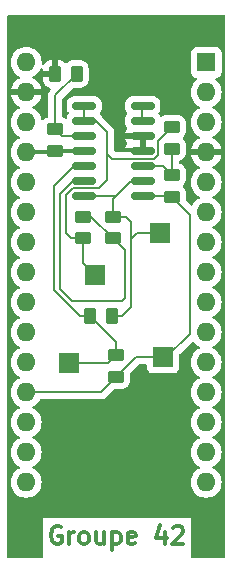
<source format=gbr>
%TF.GenerationSoftware,KiCad,Pcbnew,8.0.1*%
%TF.CreationDate,2024-04-11T09:01:24+02:00*%
%TF.ProjectId,ConditionneurV2,436f6e64-6974-4696-9f6e-6e6575725632,rev?*%
%TF.SameCoordinates,Original*%
%TF.FileFunction,Copper,L1,Top*%
%TF.FilePolarity,Positive*%
%FSLAX46Y46*%
G04 Gerber Fmt 4.6, Leading zero omitted, Abs format (unit mm)*
G04 Created by KiCad (PCBNEW 8.0.1) date 2024-04-11 09:01:24*
%MOMM*%
%LPD*%
G01*
G04 APERTURE LIST*
G04 Aperture macros list*
%AMRoundRect*
0 Rectangle with rounded corners*
0 $1 Rounding radius*
0 $2 $3 $4 $5 $6 $7 $8 $9 X,Y pos of 4 corners*
0 Add a 4 corners polygon primitive as box body*
4,1,4,$2,$3,$4,$5,$6,$7,$8,$9,$2,$3,0*
0 Add four circle primitives for the rounded corners*
1,1,$1+$1,$2,$3*
1,1,$1+$1,$4,$5*
1,1,$1+$1,$6,$7*
1,1,$1+$1,$8,$9*
0 Add four rect primitives between the rounded corners*
20,1,$1+$1,$2,$3,$4,$5,0*
20,1,$1+$1,$4,$5,$6,$7,0*
20,1,$1+$1,$6,$7,$8,$9,0*
20,1,$1+$1,$8,$9,$2,$3,0*%
G04 Aperture macros list end*
%ADD10C,0.300000*%
%TA.AperFunction,NonConductor*%
%ADD11C,0.300000*%
%TD*%
%TA.AperFunction,ComponentPad*%
%ADD12R,1.700000X1.700000*%
%TD*%
%TA.AperFunction,SMDPad,CuDef*%
%ADD13RoundRect,0.150000X-0.825000X-0.150000X0.825000X-0.150000X0.825000X0.150000X-0.825000X0.150000X0*%
%TD*%
%TA.AperFunction,SMDPad,CuDef*%
%ADD14RoundRect,0.250000X-0.450000X0.262500X-0.450000X-0.262500X0.450000X-0.262500X0.450000X0.262500X0*%
%TD*%
%TA.AperFunction,SMDPad,CuDef*%
%ADD15RoundRect,0.250000X0.450000X-0.262500X0.450000X0.262500X-0.450000X0.262500X-0.450000X-0.262500X0*%
%TD*%
%TA.AperFunction,SMDPad,CuDef*%
%ADD16RoundRect,0.250000X-0.262500X-0.450000X0.262500X-0.450000X0.262500X0.450000X-0.262500X0.450000X0*%
%TD*%
%TA.AperFunction,SMDPad,CuDef*%
%ADD17RoundRect,0.250000X0.262500X0.450000X-0.262500X0.450000X-0.262500X-0.450000X0.262500X-0.450000X0*%
%TD*%
%TA.AperFunction,ComponentPad*%
%ADD18R,1.600000X1.600000*%
%TD*%
%TA.AperFunction,ComponentPad*%
%ADD19O,1.600000X1.600000*%
%TD*%
%TA.AperFunction,Conductor*%
%ADD20C,0.200000*%
%TD*%
%TA.AperFunction,Conductor*%
%ADD21C,0.350000*%
%TD*%
G04 APERTURE END LIST*
D10*
D11*
X116590225Y-93372257D02*
X116447368Y-93300828D01*
X116447368Y-93300828D02*
X116233082Y-93300828D01*
X116233082Y-93300828D02*
X116018796Y-93372257D01*
X116018796Y-93372257D02*
X115875939Y-93515114D01*
X115875939Y-93515114D02*
X115804510Y-93657971D01*
X115804510Y-93657971D02*
X115733082Y-93943685D01*
X115733082Y-93943685D02*
X115733082Y-94157971D01*
X115733082Y-94157971D02*
X115804510Y-94443685D01*
X115804510Y-94443685D02*
X115875939Y-94586542D01*
X115875939Y-94586542D02*
X116018796Y-94729400D01*
X116018796Y-94729400D02*
X116233082Y-94800828D01*
X116233082Y-94800828D02*
X116375939Y-94800828D01*
X116375939Y-94800828D02*
X116590225Y-94729400D01*
X116590225Y-94729400D02*
X116661653Y-94657971D01*
X116661653Y-94657971D02*
X116661653Y-94157971D01*
X116661653Y-94157971D02*
X116375939Y-94157971D01*
X117304510Y-94800828D02*
X117304510Y-93800828D01*
X117304510Y-94086542D02*
X117375939Y-93943685D01*
X117375939Y-93943685D02*
X117447368Y-93872257D01*
X117447368Y-93872257D02*
X117590225Y-93800828D01*
X117590225Y-93800828D02*
X117733082Y-93800828D01*
X118447367Y-94800828D02*
X118304510Y-94729400D01*
X118304510Y-94729400D02*
X118233081Y-94657971D01*
X118233081Y-94657971D02*
X118161653Y-94515114D01*
X118161653Y-94515114D02*
X118161653Y-94086542D01*
X118161653Y-94086542D02*
X118233081Y-93943685D01*
X118233081Y-93943685D02*
X118304510Y-93872257D01*
X118304510Y-93872257D02*
X118447367Y-93800828D01*
X118447367Y-93800828D02*
X118661653Y-93800828D01*
X118661653Y-93800828D02*
X118804510Y-93872257D01*
X118804510Y-93872257D02*
X118875939Y-93943685D01*
X118875939Y-93943685D02*
X118947367Y-94086542D01*
X118947367Y-94086542D02*
X118947367Y-94515114D01*
X118947367Y-94515114D02*
X118875939Y-94657971D01*
X118875939Y-94657971D02*
X118804510Y-94729400D01*
X118804510Y-94729400D02*
X118661653Y-94800828D01*
X118661653Y-94800828D02*
X118447367Y-94800828D01*
X120233082Y-93800828D02*
X120233082Y-94800828D01*
X119590224Y-93800828D02*
X119590224Y-94586542D01*
X119590224Y-94586542D02*
X119661653Y-94729400D01*
X119661653Y-94729400D02*
X119804510Y-94800828D01*
X119804510Y-94800828D02*
X120018796Y-94800828D01*
X120018796Y-94800828D02*
X120161653Y-94729400D01*
X120161653Y-94729400D02*
X120233082Y-94657971D01*
X120947367Y-93800828D02*
X120947367Y-95300828D01*
X120947367Y-93872257D02*
X121090225Y-93800828D01*
X121090225Y-93800828D02*
X121375939Y-93800828D01*
X121375939Y-93800828D02*
X121518796Y-93872257D01*
X121518796Y-93872257D02*
X121590225Y-93943685D01*
X121590225Y-93943685D02*
X121661653Y-94086542D01*
X121661653Y-94086542D02*
X121661653Y-94515114D01*
X121661653Y-94515114D02*
X121590225Y-94657971D01*
X121590225Y-94657971D02*
X121518796Y-94729400D01*
X121518796Y-94729400D02*
X121375939Y-94800828D01*
X121375939Y-94800828D02*
X121090225Y-94800828D01*
X121090225Y-94800828D02*
X120947367Y-94729400D01*
X122875939Y-94729400D02*
X122733082Y-94800828D01*
X122733082Y-94800828D02*
X122447368Y-94800828D01*
X122447368Y-94800828D02*
X122304510Y-94729400D01*
X122304510Y-94729400D02*
X122233082Y-94586542D01*
X122233082Y-94586542D02*
X122233082Y-94015114D01*
X122233082Y-94015114D02*
X122304510Y-93872257D01*
X122304510Y-93872257D02*
X122447368Y-93800828D01*
X122447368Y-93800828D02*
X122733082Y-93800828D01*
X122733082Y-93800828D02*
X122875939Y-93872257D01*
X122875939Y-93872257D02*
X122947368Y-94015114D01*
X122947368Y-94015114D02*
X122947368Y-94157971D01*
X122947368Y-94157971D02*
X122233082Y-94300828D01*
X125375939Y-93800828D02*
X125375939Y-94800828D01*
X125018796Y-93229400D02*
X124661653Y-94300828D01*
X124661653Y-94300828D02*
X125590224Y-94300828D01*
X126090224Y-93443685D02*
X126161652Y-93372257D01*
X126161652Y-93372257D02*
X126304510Y-93300828D01*
X126304510Y-93300828D02*
X126661652Y-93300828D01*
X126661652Y-93300828D02*
X126804510Y-93372257D01*
X126804510Y-93372257D02*
X126875938Y-93443685D01*
X126875938Y-93443685D02*
X126947367Y-93586542D01*
X126947367Y-93586542D02*
X126947367Y-93729400D01*
X126947367Y-93729400D02*
X126875938Y-93943685D01*
X126875938Y-93943685D02*
X126018795Y-94800828D01*
X126018795Y-94800828D02*
X126947367Y-94800828D01*
D12*
%TO.P,OUT_A1,1,Pin_1*%
%TO.N,Net-(OUT_A1-Pin_1)*%
X119500000Y-72000000D03*
%TD*%
D13*
%TO.P,U1,1*%
%TO.N,Net-(OUT_A1-Pin_1)*%
X118574118Y-57702992D03*
%TO.P,U1,2,-*%
X118574118Y-58972992D03*
%TO.P,U1,3,+*%
%TO.N,Net-(U1A-+)*%
X118574118Y-60242992D03*
%TO.P,U1,4,V+*%
%TO.N,+5V*%
X118574118Y-61512992D03*
%TO.P,U1,5,+*%
%TO.N,Net-(SENSOR1-Pin_1)*%
X118574118Y-62782992D03*
%TO.P,U1,6,-*%
%TO.N,Net-(U1B--)*%
X118574118Y-64052992D03*
%TO.P,U1,7*%
%TO.N,Net-(OUT_B1-Pin_1)*%
X118574118Y-65322992D03*
%TO.P,U1,8*%
%TO.N,A0 - STM32*%
X123524118Y-65322992D03*
%TO.P,U1,9,-*%
%TO.N,Net-(OUT_B1-Pin_1)*%
X123524118Y-64052992D03*
%TO.P,U1,10,+*%
%TO.N,Net-(U1C-+)*%
X123524118Y-62782992D03*
%TO.P,U1,11,V-*%
%TO.N,GND*%
X123524118Y-61512992D03*
%TO.P,U1,12,+*%
X123524118Y-60242992D03*
%TO.P,U1,13,-*%
%TO.N,Net-(U1D--)*%
X123524118Y-58972992D03*
%TO.P,U1,14*%
X123524118Y-57702992D03*
%TD*%
D14*
%TO.P,R4,1*%
%TO.N,Net-(OUT_B1-Pin_1)*%
X121000000Y-67087500D03*
%TO.P,R4,2*%
%TO.N,Net-(U1B--)*%
X121000000Y-68912500D03*
%TD*%
D15*
%TO.P,R1,1*%
%TO.N,+5V*%
X116113155Y-61507909D03*
%TO.P,R1,2*%
%TO.N,Net-(U1A-+)*%
X116113155Y-59682909D03*
%TD*%
D12*
%TO.P,OUT_B1,1,Pin_1*%
%TO.N,Net-(OUT_B1-Pin_1)*%
X125000000Y-68500000D03*
%TD*%
D16*
%TO.P,R5,1*%
%TO.N,Net-(SENSOR1-Pin_1)*%
X119087500Y-75500000D03*
%TO.P,R5,2*%
%TO.N,Net-(OUT_B1-Pin_1)*%
X120912500Y-75500000D03*
%TD*%
D14*
%TO.P,R7,1*%
%TO.N,Net-(U1C-+)*%
X126000000Y-63587500D03*
%TO.P,R7,2*%
%TO.N,A0 - STM32*%
X126000000Y-65412500D03*
%TD*%
D12*
%TO.P,GPIO1,1,Pin_1*%
%TO.N,A0 - STM32*%
X125250000Y-79000000D03*
%TD*%
D14*
%TO.P,R3,1*%
%TO.N,Net-(U1B--)*%
X118500000Y-67087500D03*
%TO.P,R3,2*%
%TO.N,Net-(OUT_A1-Pin_1)*%
X118500000Y-68912500D03*
%TD*%
D12*
%TO.P,SENSOR1,1,Pin_1*%
%TO.N,Net-(SENSOR1-Pin_1)*%
X117250000Y-79500000D03*
%TD*%
D15*
%TO.P,R6,1*%
%TO.N,A0 - STM32*%
X121250000Y-80662500D03*
%TO.P,R6,2*%
%TO.N,Net-(SENSOR1-Pin_1)*%
X121250000Y-78837500D03*
%TD*%
D17*
%TO.P,R2,1*%
%TO.N,Net-(U1A-+)*%
X117912500Y-55000000D03*
%TO.P,R2,2*%
%TO.N,GND*%
X116087500Y-55000000D03*
%TD*%
D14*
%TO.P,R8,1*%
%TO.N,Net-(OUT_A1-Pin_1)*%
X126000000Y-59500000D03*
%TO.P,R8,2*%
%TO.N,Net-(U1C-+)*%
X126000000Y-61325000D03*
%TD*%
D18*
%TO.P,A1,1,D1/TX*%
%TO.N,unconnected-(A1-D1{slash}TX-Pad1)*%
X128890000Y-54015000D03*
D19*
%TO.P,A1,2,D0/RX*%
%TO.N,unconnected-(A1-D0{slash}RX-Pad2)*%
X128890000Y-56555000D03*
%TO.P,A1,3,~{RESET}*%
%TO.N,unconnected-(A1-~{RESET}-Pad3)*%
X128890000Y-59095000D03*
%TO.P,A1,4,GND*%
%TO.N,GND*%
X128890000Y-61635000D03*
%TO.P,A1,5,D2*%
%TO.N,unconnected-(A1-D2-Pad5)*%
X128890000Y-64175000D03*
%TO.P,A1,6,D3*%
%TO.N,unconnected-(A1-D3-Pad6)*%
X128890000Y-66715000D03*
%TO.P,A1,7,D4*%
%TO.N,unconnected-(A1-D4-Pad7)*%
X128890000Y-69255000D03*
%TO.P,A1,8,D5*%
%TO.N,unconnected-(A1-D5-Pad8)*%
X128890000Y-71795000D03*
%TO.P,A1,9,D6*%
%TO.N,unconnected-(A1-D6-Pad9)*%
X128890000Y-74335000D03*
%TO.P,A1,10,D7*%
%TO.N,unconnected-(A1-D7-Pad10)*%
X128890000Y-76875000D03*
%TO.P,A1,11,D8*%
%TO.N,unconnected-(A1-D8-Pad11)*%
X128890000Y-79415000D03*
%TO.P,A1,12,D9*%
%TO.N,unconnected-(A1-D9-Pad12)*%
X128890000Y-81955000D03*
%TO.P,A1,13,D10*%
%TO.N,unconnected-(A1-D10-Pad13)*%
X128890000Y-84495000D03*
%TO.P,A1,14,D11*%
%TO.N,unconnected-(A1-D11-Pad14)*%
X128890000Y-87035000D03*
%TO.P,A1,15,D12*%
%TO.N,unconnected-(A1-D12-Pad15)*%
X128890000Y-89575000D03*
%TO.P,A1,16,D13*%
%TO.N,unconnected-(A1-D13-Pad16)*%
X113650000Y-89575000D03*
%TO.P,A1,17,3V3*%
%TO.N,unconnected-(A1-3V3-Pad17)*%
X113650000Y-87035000D03*
%TO.P,A1,18,AREF*%
%TO.N,unconnected-(A1-AREF-Pad18)*%
X113650000Y-84495000D03*
%TO.P,A1,19,A0*%
%TO.N,A0 - STM32*%
X113650000Y-81955000D03*
%TO.P,A1,20,A1*%
%TO.N,unconnected-(A1-A1-Pad20)*%
X113650000Y-79415000D03*
%TO.P,A1,21,A2*%
%TO.N,unconnected-(A1-A2-Pad21)*%
X113650000Y-76875000D03*
%TO.P,A1,22,A3*%
%TO.N,unconnected-(A1-A3-Pad22)*%
X113650000Y-74335000D03*
%TO.P,A1,23,A4*%
%TO.N,unconnected-(A1-A4-Pad23)*%
X113650000Y-71795000D03*
%TO.P,A1,24,A5*%
%TO.N,unconnected-(A1-A5-Pad24)*%
X113650000Y-69255000D03*
%TO.P,A1,25,A6*%
%TO.N,unconnected-(A1-A6-Pad25)*%
X113650000Y-66715000D03*
%TO.P,A1,26,A7*%
%TO.N,unconnected-(A1-A7-Pad26)*%
X113650000Y-64175000D03*
%TO.P,A1,27,+5V*%
%TO.N,+5V*%
X113650000Y-61635000D03*
%TO.P,A1,28,~{RESET}*%
%TO.N,unconnected-(A1-~{RESET}-Pad28)*%
X113650000Y-59095000D03*
%TO.P,A1,29,GND*%
%TO.N,GND*%
X113650000Y-56555000D03*
%TO.P,A1,30,VIN*%
%TO.N,unconnected-(A1-VIN-Pad30)*%
X113650000Y-54015000D03*
%TD*%
D20*
%TO.N,Net-(SENSOR1-Pin_1)*%
X116000000Y-73315685D02*
X116000000Y-64500000D01*
X118184315Y-75500000D02*
X116000000Y-73315685D01*
X119087500Y-75500000D02*
X118184315Y-75500000D01*
%TO.N,Net-(U1B--)*%
X117500000Y-74250000D02*
X121750000Y-74250000D01*
X116500000Y-73250000D02*
X117500000Y-74250000D01*
X122000000Y-69912500D02*
X121000000Y-68912500D01*
X116500000Y-65152111D02*
X116500000Y-73250000D01*
X117599119Y-64052992D02*
X116500000Y-65152111D01*
X121750000Y-74250000D02*
X122000000Y-74000000D01*
X118574118Y-64052992D02*
X117599119Y-64052992D01*
X122000000Y-74000000D02*
X122000000Y-69912500D01*
%TO.N,Net-(OUT_B1-Pin_1)*%
X121750000Y-75500000D02*
X120912500Y-75500000D01*
X122500000Y-74750000D02*
X121750000Y-75500000D01*
X122500000Y-69000000D02*
X122500000Y-74750000D01*
%TO.N,A0 - STM32*%
X125500000Y-79000000D02*
X125250000Y-79000000D01*
X127500000Y-77000000D02*
X125500000Y-79000000D01*
X127500000Y-66912500D02*
X127500000Y-77000000D01*
X126000000Y-65412500D02*
X127500000Y-66912500D01*
X122912500Y-79000000D02*
X121250000Y-80662500D01*
X125250000Y-79000000D02*
X122912500Y-79000000D01*
%TO.N,Net-(SENSOR1-Pin_1)*%
X120587500Y-79500000D02*
X121250000Y-78837500D01*
X117250000Y-79500000D02*
X120587500Y-79500000D01*
X121250000Y-77662500D02*
X119087500Y-75500000D01*
X121250000Y-78837500D02*
X121250000Y-77662500D01*
%TO.N,A0 - STM32*%
X119957500Y-81955000D02*
X121250000Y-80662500D01*
X113650000Y-81955000D02*
X119957500Y-81955000D01*
%TO.N,Net-(OUT_A1-Pin_1)*%
X120932992Y-62182992D02*
X120500000Y-61750000D01*
X126000000Y-59500000D02*
X124799118Y-60700882D01*
X124799118Y-60700882D02*
X124799118Y-61853544D01*
X120500000Y-61750000D02*
X120500000Y-64000000D01*
X124469670Y-62182992D02*
X120932992Y-62182992D01*
X120500000Y-59923875D02*
X120500000Y-61750000D01*
X124799118Y-61853544D02*
X124469670Y-62182992D01*
X118500000Y-71000000D02*
X119500000Y-72000000D01*
X118500000Y-68912500D02*
X118500000Y-71000000D01*
%TO.N,Net-(U1B--)*%
X121500000Y-69412500D02*
X121000000Y-68912500D01*
%TO.N,Net-(SENSOR1-Pin_1)*%
X117717008Y-62782992D02*
X116000000Y-64500000D01*
X118574118Y-62782992D02*
X117717008Y-62782992D01*
%TO.N,Net-(OUT_A1-Pin_1)*%
X120500000Y-64000000D02*
X119847008Y-64652992D01*
X119549117Y-58972992D02*
X120500000Y-59923875D01*
X118574118Y-58972992D02*
X119549117Y-58972992D01*
%TO.N,Net-(U1C-+)*%
X126000000Y-61325000D02*
X126000000Y-63587500D01*
X125195492Y-62782992D02*
X123524118Y-62782992D01*
X126000000Y-63587500D02*
X125195492Y-62782992D01*
%TO.N,A0 - STM32*%
X125910492Y-65322992D02*
X126000000Y-65412500D01*
X123524118Y-65322992D02*
X125910492Y-65322992D01*
%TO.N,Net-(OUT_B1-Pin_1)*%
X123000000Y-68500000D02*
X125000000Y-68500000D01*
X122500000Y-69000000D02*
X123000000Y-68500000D01*
X122500000Y-67500000D02*
X122500000Y-69000000D01*
%TO.N,Net-(U1A-+)*%
X116113155Y-56799345D02*
X117912500Y-55000000D01*
X116113155Y-59682909D02*
X116113155Y-56799345D01*
%TO.N,Net-(OUT_B1-Pin_1)*%
X122087500Y-67087500D02*
X122500000Y-67500000D01*
X121000000Y-67087500D02*
X122087500Y-67087500D01*
%TO.N,Net-(OUT_A1-Pin_1)*%
X117412500Y-68912500D02*
X117000000Y-68500000D01*
X117000000Y-68500000D02*
X117000000Y-65281558D01*
X118500000Y-68912500D02*
X117412500Y-68912500D01*
X117000000Y-65281558D02*
X117628566Y-64652992D01*
X117628566Y-64652992D02*
X119847008Y-64652992D01*
%TO.N,Net-(OUT_B1-Pin_1)*%
X121000000Y-65602111D02*
X121279119Y-65322992D01*
X121000000Y-67087500D02*
X121000000Y-65602111D01*
%TO.N,Net-(U1B--)*%
X119175000Y-67087500D02*
X121000000Y-68912500D01*
X118500000Y-67087500D02*
X119175000Y-67087500D01*
%TO.N,Net-(OUT_B1-Pin_1)*%
X122549119Y-64052992D02*
X121279119Y-65322992D01*
X121279119Y-65322992D02*
X118574118Y-65322992D01*
X123524118Y-64052992D02*
X122549119Y-64052992D01*
%TO.N,Net-(U1A-+)*%
X118574118Y-60242992D02*
X119257008Y-60242992D01*
X116673238Y-60242992D02*
X116113155Y-59682909D01*
X118574118Y-60242992D02*
X116673238Y-60242992D01*
D21*
%TO.N,+5V*%
X118569035Y-61507909D02*
X118574118Y-61512992D01*
X116113155Y-61507909D02*
X118569035Y-61507909D01*
X113650000Y-61635000D02*
X115986064Y-61635000D01*
X115986064Y-61635000D02*
X116113155Y-61507909D01*
D20*
%TO.N,Net-(OUT_A1-Pin_1)*%
X118525000Y-57690000D02*
X118525000Y-58960000D01*
D21*
%TO.N,+5V*%
X113785000Y-61500000D02*
X113650000Y-61635000D01*
D20*
%TO.N,Net-(U1D--)*%
X123475000Y-57690000D02*
X123475000Y-58960000D01*
%TO.N,A0 - STM32*%
X123500000Y-65335000D02*
X123475000Y-65310000D01*
%TD*%
%TA.AperFunction,Conductor*%
%TO.N,GND*%
G36*
X130442539Y-50020185D02*
G01*
X130488294Y-50072989D01*
X130499500Y-50124500D01*
X130499500Y-95875500D01*
X130479815Y-95942539D01*
X130427011Y-95988294D01*
X130375500Y-95999500D01*
X127728592Y-95999500D01*
X127661553Y-95979815D01*
X127615798Y-95927011D01*
X127604592Y-95875500D01*
X127604592Y-92572176D01*
X115074878Y-92572176D01*
X115074878Y-95875500D01*
X115055193Y-95942539D01*
X115002389Y-95988294D01*
X114950878Y-95999500D01*
X112124500Y-95999500D01*
X112057461Y-95979815D01*
X112011706Y-95927011D01*
X112000500Y-95875500D01*
X112000500Y-89575001D01*
X112344532Y-89575001D01*
X112364364Y-89801686D01*
X112364366Y-89801697D01*
X112423258Y-90021488D01*
X112423261Y-90021497D01*
X112519431Y-90227732D01*
X112519432Y-90227734D01*
X112649954Y-90414141D01*
X112810858Y-90575045D01*
X112810861Y-90575047D01*
X112997266Y-90705568D01*
X113203504Y-90801739D01*
X113423308Y-90860635D01*
X113585230Y-90874801D01*
X113649998Y-90880468D01*
X113650000Y-90880468D01*
X113650002Y-90880468D01*
X113706673Y-90875509D01*
X113876692Y-90860635D01*
X114096496Y-90801739D01*
X114302734Y-90705568D01*
X114489139Y-90575047D01*
X114650047Y-90414139D01*
X114780568Y-90227734D01*
X114876739Y-90021496D01*
X114935635Y-89801692D01*
X114955468Y-89575000D01*
X114935635Y-89348308D01*
X114876739Y-89128504D01*
X114780568Y-88922266D01*
X114650047Y-88735861D01*
X114650045Y-88735858D01*
X114489141Y-88574954D01*
X114302734Y-88444432D01*
X114302728Y-88444429D01*
X114244725Y-88417382D01*
X114192285Y-88371210D01*
X114173133Y-88304017D01*
X114193348Y-88237135D01*
X114244725Y-88192618D01*
X114302734Y-88165568D01*
X114489139Y-88035047D01*
X114650047Y-87874139D01*
X114780568Y-87687734D01*
X114876739Y-87481496D01*
X114935635Y-87261692D01*
X114955468Y-87035000D01*
X114935635Y-86808308D01*
X114876739Y-86588504D01*
X114780568Y-86382266D01*
X114650047Y-86195861D01*
X114650045Y-86195858D01*
X114489141Y-86034954D01*
X114302734Y-85904432D01*
X114302728Y-85904429D01*
X114244725Y-85877382D01*
X114192285Y-85831210D01*
X114173133Y-85764017D01*
X114193348Y-85697135D01*
X114244725Y-85652618D01*
X114302734Y-85625568D01*
X114489139Y-85495047D01*
X114650047Y-85334139D01*
X114780568Y-85147734D01*
X114876739Y-84941496D01*
X114935635Y-84721692D01*
X114955468Y-84495000D01*
X114935635Y-84268308D01*
X114876739Y-84048504D01*
X114780568Y-83842266D01*
X114650047Y-83655861D01*
X114650045Y-83655858D01*
X114489141Y-83494954D01*
X114302734Y-83364432D01*
X114302728Y-83364429D01*
X114244725Y-83337382D01*
X114192285Y-83291210D01*
X114173133Y-83224017D01*
X114193348Y-83157135D01*
X114244725Y-83112618D01*
X114302734Y-83085568D01*
X114489139Y-82955047D01*
X114650047Y-82794139D01*
X114780118Y-82608375D01*
X114834693Y-82564752D01*
X114881692Y-82555500D01*
X119870831Y-82555500D01*
X119870847Y-82555501D01*
X119878443Y-82555501D01*
X120036554Y-82555501D01*
X120036557Y-82555501D01*
X120189285Y-82514577D01*
X120239404Y-82485639D01*
X120326216Y-82435520D01*
X120438020Y-82323716D01*
X120438020Y-82323714D01*
X120448228Y-82313507D01*
X120448230Y-82313504D01*
X121049916Y-81711818D01*
X121111239Y-81678333D01*
X121137597Y-81675499D01*
X121750002Y-81675499D01*
X121750008Y-81675499D01*
X121852797Y-81664999D01*
X122019334Y-81609814D01*
X122168656Y-81517712D01*
X122292712Y-81393656D01*
X122384814Y-81244334D01*
X122439999Y-81077797D01*
X122450500Y-80975009D01*
X122450499Y-80362596D01*
X122470183Y-80295558D01*
X122486818Y-80274916D01*
X122804252Y-79957483D01*
X123124916Y-79636819D01*
X123186239Y-79603334D01*
X123212597Y-79600500D01*
X123775501Y-79600500D01*
X123842540Y-79620185D01*
X123888295Y-79672989D01*
X123899501Y-79724500D01*
X123899501Y-79897876D01*
X123905908Y-79957483D01*
X123956202Y-80092328D01*
X123956206Y-80092335D01*
X124042452Y-80207544D01*
X124042455Y-80207547D01*
X124157664Y-80293793D01*
X124157671Y-80293797D01*
X124292517Y-80344091D01*
X124292516Y-80344091D01*
X124299444Y-80344835D01*
X124352127Y-80350500D01*
X126147872Y-80350499D01*
X126207483Y-80344091D01*
X126342331Y-80293796D01*
X126457546Y-80207546D01*
X126543796Y-80092331D01*
X126594091Y-79957483D01*
X126600500Y-79897873D01*
X126600499Y-78800095D01*
X126620184Y-78733057D01*
X126636813Y-78712420D01*
X127680500Y-77668733D01*
X127741821Y-77635250D01*
X127811513Y-77640234D01*
X127867446Y-77682106D01*
X127869753Y-77685292D01*
X127889952Y-77714139D01*
X128050858Y-77875045D01*
X128050861Y-77875047D01*
X128237266Y-78005568D01*
X128295275Y-78032618D01*
X128347714Y-78078791D01*
X128366866Y-78145984D01*
X128346650Y-78212865D01*
X128295275Y-78257382D01*
X128237267Y-78284431D01*
X128237265Y-78284432D01*
X128050858Y-78414954D01*
X127889954Y-78575858D01*
X127759432Y-78762265D01*
X127759431Y-78762267D01*
X127663261Y-78968502D01*
X127663258Y-78968511D01*
X127604366Y-79188302D01*
X127604364Y-79188313D01*
X127584532Y-79414998D01*
X127584532Y-79415001D01*
X127604364Y-79641686D01*
X127604366Y-79641697D01*
X127663258Y-79861488D01*
X127663261Y-79861497D01*
X127759431Y-80067732D01*
X127759432Y-80067734D01*
X127889954Y-80254141D01*
X128050858Y-80415045D01*
X128050861Y-80415047D01*
X128237266Y-80545568D01*
X128295275Y-80572618D01*
X128347714Y-80618791D01*
X128366866Y-80685984D01*
X128346650Y-80752865D01*
X128295275Y-80797382D01*
X128237267Y-80824431D01*
X128237265Y-80824432D01*
X128050858Y-80954954D01*
X127889954Y-81115858D01*
X127759432Y-81302265D01*
X127759431Y-81302267D01*
X127663261Y-81508502D01*
X127663258Y-81508511D01*
X127604366Y-81728302D01*
X127604364Y-81728313D01*
X127584532Y-81954998D01*
X127584532Y-81955001D01*
X127604364Y-82181686D01*
X127604366Y-82181697D01*
X127663258Y-82401488D01*
X127663261Y-82401497D01*
X127759431Y-82607732D01*
X127759432Y-82607734D01*
X127889954Y-82794141D01*
X128050858Y-82955045D01*
X128050861Y-82955047D01*
X128237266Y-83085568D01*
X128295275Y-83112618D01*
X128347714Y-83158791D01*
X128366866Y-83225984D01*
X128346650Y-83292865D01*
X128295275Y-83337382D01*
X128237267Y-83364431D01*
X128237265Y-83364432D01*
X128050858Y-83494954D01*
X127889954Y-83655858D01*
X127759432Y-83842265D01*
X127759431Y-83842267D01*
X127663261Y-84048502D01*
X127663258Y-84048511D01*
X127604366Y-84268302D01*
X127604364Y-84268313D01*
X127584532Y-84494998D01*
X127584532Y-84495001D01*
X127604364Y-84721686D01*
X127604366Y-84721697D01*
X127663258Y-84941488D01*
X127663261Y-84941497D01*
X127759431Y-85147732D01*
X127759432Y-85147734D01*
X127889954Y-85334141D01*
X128050858Y-85495045D01*
X128050861Y-85495047D01*
X128237266Y-85625568D01*
X128295275Y-85652618D01*
X128347714Y-85698791D01*
X128366866Y-85765984D01*
X128346650Y-85832865D01*
X128295275Y-85877382D01*
X128237267Y-85904431D01*
X128237265Y-85904432D01*
X128050858Y-86034954D01*
X127889954Y-86195858D01*
X127759432Y-86382265D01*
X127759431Y-86382267D01*
X127663261Y-86588502D01*
X127663258Y-86588511D01*
X127604366Y-86808302D01*
X127604364Y-86808313D01*
X127584532Y-87034998D01*
X127584532Y-87035001D01*
X127604364Y-87261686D01*
X127604366Y-87261697D01*
X127663258Y-87481488D01*
X127663261Y-87481497D01*
X127759431Y-87687732D01*
X127759432Y-87687734D01*
X127889954Y-87874141D01*
X128050858Y-88035045D01*
X128050861Y-88035047D01*
X128237266Y-88165568D01*
X128295275Y-88192618D01*
X128347714Y-88238791D01*
X128366866Y-88305984D01*
X128346650Y-88372865D01*
X128295275Y-88417382D01*
X128237267Y-88444431D01*
X128237265Y-88444432D01*
X128050858Y-88574954D01*
X127889954Y-88735858D01*
X127759432Y-88922265D01*
X127759431Y-88922267D01*
X127663261Y-89128502D01*
X127663258Y-89128511D01*
X127604366Y-89348302D01*
X127604364Y-89348313D01*
X127584532Y-89574998D01*
X127584532Y-89575001D01*
X127604364Y-89801686D01*
X127604366Y-89801697D01*
X127663258Y-90021488D01*
X127663261Y-90021497D01*
X127759431Y-90227732D01*
X127759432Y-90227734D01*
X127889954Y-90414141D01*
X128050858Y-90575045D01*
X128050861Y-90575047D01*
X128237266Y-90705568D01*
X128443504Y-90801739D01*
X128663308Y-90860635D01*
X128825230Y-90874801D01*
X128889998Y-90880468D01*
X128890000Y-90880468D01*
X128890002Y-90880468D01*
X128946673Y-90875509D01*
X129116692Y-90860635D01*
X129336496Y-90801739D01*
X129542734Y-90705568D01*
X129729139Y-90575047D01*
X129890047Y-90414139D01*
X130020568Y-90227734D01*
X130116739Y-90021496D01*
X130175635Y-89801692D01*
X130195468Y-89575000D01*
X130175635Y-89348308D01*
X130116739Y-89128504D01*
X130020568Y-88922266D01*
X129890047Y-88735861D01*
X129890045Y-88735858D01*
X129729141Y-88574954D01*
X129542734Y-88444432D01*
X129542728Y-88444429D01*
X129484725Y-88417382D01*
X129432285Y-88371210D01*
X129413133Y-88304017D01*
X129433348Y-88237135D01*
X129484725Y-88192618D01*
X129542734Y-88165568D01*
X129729139Y-88035047D01*
X129890047Y-87874139D01*
X130020568Y-87687734D01*
X130116739Y-87481496D01*
X130175635Y-87261692D01*
X130195468Y-87035000D01*
X130175635Y-86808308D01*
X130116739Y-86588504D01*
X130020568Y-86382266D01*
X129890047Y-86195861D01*
X129890045Y-86195858D01*
X129729141Y-86034954D01*
X129542734Y-85904432D01*
X129542728Y-85904429D01*
X129484725Y-85877382D01*
X129432285Y-85831210D01*
X129413133Y-85764017D01*
X129433348Y-85697135D01*
X129484725Y-85652618D01*
X129542734Y-85625568D01*
X129729139Y-85495047D01*
X129890047Y-85334139D01*
X130020568Y-85147734D01*
X130116739Y-84941496D01*
X130175635Y-84721692D01*
X130195468Y-84495000D01*
X130175635Y-84268308D01*
X130116739Y-84048504D01*
X130020568Y-83842266D01*
X129890047Y-83655861D01*
X129890045Y-83655858D01*
X129729141Y-83494954D01*
X129542734Y-83364432D01*
X129542728Y-83364429D01*
X129484725Y-83337382D01*
X129432285Y-83291210D01*
X129413133Y-83224017D01*
X129433348Y-83157135D01*
X129484725Y-83112618D01*
X129542734Y-83085568D01*
X129729139Y-82955047D01*
X129890047Y-82794139D01*
X130020568Y-82607734D01*
X130116739Y-82401496D01*
X130175635Y-82181692D01*
X130195468Y-81955000D01*
X130175635Y-81728308D01*
X130116739Y-81508504D01*
X130020568Y-81302266D01*
X129890047Y-81115861D01*
X129890045Y-81115858D01*
X129729141Y-80954954D01*
X129542734Y-80824432D01*
X129542728Y-80824429D01*
X129484725Y-80797382D01*
X129432285Y-80751210D01*
X129413133Y-80684017D01*
X129433348Y-80617135D01*
X129484725Y-80572618D01*
X129542734Y-80545568D01*
X129729139Y-80415047D01*
X129890047Y-80254139D01*
X130020568Y-80067734D01*
X130116739Y-79861496D01*
X130175635Y-79641692D01*
X130195468Y-79415000D01*
X130175635Y-79188308D01*
X130116739Y-78968504D01*
X130020568Y-78762266D01*
X129908439Y-78602128D01*
X129890045Y-78575858D01*
X129729141Y-78414954D01*
X129542734Y-78284432D01*
X129542728Y-78284429D01*
X129484725Y-78257382D01*
X129432285Y-78211210D01*
X129413133Y-78144017D01*
X129433348Y-78077135D01*
X129484725Y-78032618D01*
X129542734Y-78005568D01*
X129729139Y-77875047D01*
X129890047Y-77714139D01*
X130020568Y-77527734D01*
X130116739Y-77321496D01*
X130175635Y-77101692D01*
X130195468Y-76875000D01*
X130175635Y-76648308D01*
X130116739Y-76428504D01*
X130020568Y-76222266D01*
X129890047Y-76035861D01*
X129890045Y-76035858D01*
X129729141Y-75874954D01*
X129542734Y-75744432D01*
X129542728Y-75744429D01*
X129484725Y-75717382D01*
X129432285Y-75671210D01*
X129413133Y-75604017D01*
X129433348Y-75537135D01*
X129484725Y-75492618D01*
X129542734Y-75465568D01*
X129729139Y-75335047D01*
X129890047Y-75174139D01*
X130020568Y-74987734D01*
X130116739Y-74781496D01*
X130175635Y-74561692D01*
X130195468Y-74335000D01*
X130175635Y-74108308D01*
X130116739Y-73888504D01*
X130020568Y-73682266D01*
X129890047Y-73495861D01*
X129890045Y-73495858D01*
X129729141Y-73334954D01*
X129542734Y-73204432D01*
X129542728Y-73204429D01*
X129484725Y-73177382D01*
X129432285Y-73131210D01*
X129413133Y-73064017D01*
X129433348Y-72997135D01*
X129484725Y-72952618D01*
X129542734Y-72925568D01*
X129729139Y-72795047D01*
X129890047Y-72634139D01*
X130020568Y-72447734D01*
X130116739Y-72241496D01*
X130175635Y-72021692D01*
X130195468Y-71795000D01*
X130175635Y-71568308D01*
X130116739Y-71348504D01*
X130020568Y-71142266D01*
X129890047Y-70955861D01*
X129890045Y-70955858D01*
X129729141Y-70794954D01*
X129542734Y-70664432D01*
X129542728Y-70664429D01*
X129484725Y-70637382D01*
X129432285Y-70591210D01*
X129413133Y-70524017D01*
X129433348Y-70457135D01*
X129484725Y-70412618D01*
X129542734Y-70385568D01*
X129729139Y-70255047D01*
X129890047Y-70094139D01*
X130020568Y-69907734D01*
X130116739Y-69701496D01*
X130175635Y-69481692D01*
X130195468Y-69255000D01*
X130193548Y-69233059D01*
X130175635Y-69028313D01*
X130175635Y-69028308D01*
X130116739Y-68808504D01*
X130020568Y-68602266D01*
X129890047Y-68415861D01*
X129890045Y-68415858D01*
X129729141Y-68254954D01*
X129542734Y-68124432D01*
X129542728Y-68124429D01*
X129484725Y-68097382D01*
X129432285Y-68051210D01*
X129413133Y-67984017D01*
X129433348Y-67917135D01*
X129484725Y-67872618D01*
X129542734Y-67845568D01*
X129729139Y-67715047D01*
X129890047Y-67554139D01*
X130020568Y-67367734D01*
X130116739Y-67161496D01*
X130175635Y-66941692D01*
X130195468Y-66715000D01*
X130175635Y-66488308D01*
X130116739Y-66268504D01*
X130020568Y-66062266D01*
X129890047Y-65875861D01*
X129890045Y-65875858D01*
X129729141Y-65714954D01*
X129542734Y-65584432D01*
X129542728Y-65584429D01*
X129515038Y-65571517D01*
X129484724Y-65557381D01*
X129432285Y-65511210D01*
X129413133Y-65444017D01*
X129433348Y-65377135D01*
X129484725Y-65332618D01*
X129542734Y-65305568D01*
X129729139Y-65175047D01*
X129890047Y-65014139D01*
X130020568Y-64827734D01*
X130116739Y-64621496D01*
X130175635Y-64401692D01*
X130195468Y-64175000D01*
X130194972Y-64169336D01*
X130181862Y-64019480D01*
X130175635Y-63948308D01*
X130116739Y-63728504D01*
X130020568Y-63522266D01*
X129894989Y-63342919D01*
X129890045Y-63335858D01*
X129729141Y-63174954D01*
X129542734Y-63044432D01*
X129542732Y-63044431D01*
X129484725Y-63017382D01*
X129484132Y-63017105D01*
X129431694Y-62970934D01*
X129412542Y-62903740D01*
X129432758Y-62836859D01*
X129484134Y-62792341D01*
X129542484Y-62765132D01*
X129728820Y-62634657D01*
X129889657Y-62473820D01*
X130020134Y-62287482D01*
X130116265Y-62081326D01*
X130116269Y-62081317D01*
X130168872Y-61885000D01*
X129323012Y-61885000D01*
X129355925Y-61827993D01*
X129390000Y-61700826D01*
X129390000Y-61569174D01*
X129355925Y-61442007D01*
X129323012Y-61385000D01*
X130168872Y-61385000D01*
X130168872Y-61384999D01*
X130116269Y-61188682D01*
X130116265Y-61188673D01*
X130020134Y-60982517D01*
X129889657Y-60796179D01*
X129728820Y-60635342D01*
X129542482Y-60504865D01*
X129484133Y-60477657D01*
X129431694Y-60431484D01*
X129412542Y-60364291D01*
X129432758Y-60297410D01*
X129484129Y-60252895D01*
X129542734Y-60225568D01*
X129729139Y-60095047D01*
X129890047Y-59934139D01*
X130020568Y-59747734D01*
X130116739Y-59541496D01*
X130175635Y-59321692D01*
X130195468Y-59095000D01*
X130175635Y-58868308D01*
X130116739Y-58648504D01*
X130020568Y-58442266D01*
X129894553Y-58262296D01*
X129890045Y-58255858D01*
X129729141Y-58094954D01*
X129542734Y-57964432D01*
X129542728Y-57964429D01*
X129484725Y-57937382D01*
X129432285Y-57891210D01*
X129413133Y-57824017D01*
X129433348Y-57757135D01*
X129484725Y-57712618D01*
X129485319Y-57712341D01*
X129542734Y-57685568D01*
X129729139Y-57555047D01*
X129890047Y-57394139D01*
X130020568Y-57207734D01*
X130116739Y-57001496D01*
X130175635Y-56781692D01*
X130195468Y-56555000D01*
X130175635Y-56328308D01*
X130116739Y-56108504D01*
X130020568Y-55902266D01*
X129890047Y-55715861D01*
X129890045Y-55715858D01*
X129729143Y-55554956D01*
X129704536Y-55537726D01*
X129660912Y-55483149D01*
X129653719Y-55413650D01*
X129685241Y-55351296D01*
X129745471Y-55315882D01*
X129762404Y-55312861D01*
X129797483Y-55309091D01*
X129932331Y-55258796D01*
X130047546Y-55172546D01*
X130133796Y-55057331D01*
X130184091Y-54922483D01*
X130190500Y-54862873D01*
X130190499Y-53167128D01*
X130184091Y-53107517D01*
X130149567Y-53014954D01*
X130133797Y-52972671D01*
X130133793Y-52972664D01*
X130047547Y-52857455D01*
X130047544Y-52857452D01*
X129932335Y-52771206D01*
X129932328Y-52771202D01*
X129797482Y-52720908D01*
X129797483Y-52720908D01*
X129737883Y-52714501D01*
X129737881Y-52714500D01*
X129737873Y-52714500D01*
X129737864Y-52714500D01*
X128042129Y-52714500D01*
X128042123Y-52714501D01*
X127982516Y-52720908D01*
X127847671Y-52771202D01*
X127847664Y-52771206D01*
X127732455Y-52857452D01*
X127732452Y-52857455D01*
X127646206Y-52972664D01*
X127646202Y-52972671D01*
X127595908Y-53107517D01*
X127589501Y-53167116D01*
X127589501Y-53167123D01*
X127589500Y-53167135D01*
X127589500Y-54862870D01*
X127589501Y-54862876D01*
X127595908Y-54922483D01*
X127646202Y-55057328D01*
X127646206Y-55057335D01*
X127732452Y-55172544D01*
X127732455Y-55172547D01*
X127847664Y-55258793D01*
X127847671Y-55258797D01*
X127892618Y-55275561D01*
X127982517Y-55309091D01*
X128017596Y-55312862D01*
X128082144Y-55339599D01*
X128121993Y-55396991D01*
X128124488Y-55466816D01*
X128088836Y-55526905D01*
X128075464Y-55537725D01*
X128050858Y-55554954D01*
X127889954Y-55715858D01*
X127759432Y-55902265D01*
X127759431Y-55902267D01*
X127663261Y-56108502D01*
X127663258Y-56108511D01*
X127604366Y-56328302D01*
X127604364Y-56328313D01*
X127584532Y-56554998D01*
X127584532Y-56555001D01*
X127604364Y-56781686D01*
X127604366Y-56781697D01*
X127663258Y-57001488D01*
X127663261Y-57001497D01*
X127759431Y-57207732D01*
X127759432Y-57207734D01*
X127889954Y-57394141D01*
X128050858Y-57555045D01*
X128050861Y-57555047D01*
X128237266Y-57685568D01*
X128294681Y-57712341D01*
X128295275Y-57712618D01*
X128347714Y-57758791D01*
X128366866Y-57825984D01*
X128346650Y-57892865D01*
X128295275Y-57937382D01*
X128237267Y-57964431D01*
X128237265Y-57964432D01*
X128050858Y-58094954D01*
X127889954Y-58255858D01*
X127759432Y-58442265D01*
X127759431Y-58442267D01*
X127663261Y-58648502D01*
X127663258Y-58648511D01*
X127604366Y-58868302D01*
X127604364Y-58868313D01*
X127584532Y-59094998D01*
X127584532Y-59095001D01*
X127604364Y-59321686D01*
X127604366Y-59321697D01*
X127663258Y-59541488D01*
X127663261Y-59541497D01*
X127759431Y-59747732D01*
X127759432Y-59747734D01*
X127889954Y-59934141D01*
X128050858Y-60095045D01*
X128055375Y-60098208D01*
X128237266Y-60225568D01*
X128295865Y-60252893D01*
X128348305Y-60299065D01*
X128367457Y-60366258D01*
X128347242Y-60433139D01*
X128295867Y-60477657D01*
X128237515Y-60504867D01*
X128051179Y-60635342D01*
X127890342Y-60796179D01*
X127759865Y-60982517D01*
X127663734Y-61188673D01*
X127663730Y-61188682D01*
X127611127Y-61384999D01*
X127611128Y-61385000D01*
X128456988Y-61385000D01*
X128424075Y-61442007D01*
X128390000Y-61569174D01*
X128390000Y-61700826D01*
X128424075Y-61827993D01*
X128456988Y-61885000D01*
X127611128Y-61885000D01*
X127663730Y-62081317D01*
X127663734Y-62081326D01*
X127759865Y-62287482D01*
X127890342Y-62473820D01*
X128051179Y-62634657D01*
X128237518Y-62765134D01*
X128237520Y-62765135D01*
X128295865Y-62792342D01*
X128348305Y-62838514D01*
X128367457Y-62905707D01*
X128347242Y-62972589D01*
X128295867Y-63017105D01*
X128237268Y-63044431D01*
X128237264Y-63044433D01*
X128050858Y-63174954D01*
X127889954Y-63335858D01*
X127759432Y-63522265D01*
X127759431Y-63522267D01*
X127663261Y-63728502D01*
X127663258Y-63728511D01*
X127604366Y-63948302D01*
X127604364Y-63948313D01*
X127584532Y-64174998D01*
X127584532Y-64175001D01*
X127604364Y-64401686D01*
X127604366Y-64401697D01*
X127663258Y-64621488D01*
X127663261Y-64621497D01*
X127759431Y-64827732D01*
X127759432Y-64827734D01*
X127889954Y-65014141D01*
X128050858Y-65175045D01*
X128050861Y-65175047D01*
X128237266Y-65305568D01*
X128295275Y-65332618D01*
X128347714Y-65378791D01*
X128366866Y-65445984D01*
X128346650Y-65512865D01*
X128295275Y-65557381D01*
X128278272Y-65565310D01*
X128237267Y-65584431D01*
X128237265Y-65584432D01*
X128050858Y-65714954D01*
X127889954Y-65875858D01*
X127759430Y-66062268D01*
X127759427Y-66062273D01*
X127751451Y-66079379D01*
X127705278Y-66131818D01*
X127638085Y-66150969D01*
X127571204Y-66130752D01*
X127551389Y-66114654D01*
X127236818Y-65800083D01*
X127203333Y-65738760D01*
X127200499Y-65712411D01*
X127200499Y-65099992D01*
X127189999Y-64997203D01*
X127134814Y-64830666D01*
X127042712Y-64681344D01*
X126949049Y-64587681D01*
X126915564Y-64526358D01*
X126920548Y-64456666D01*
X126949049Y-64412319D01*
X126992659Y-64368709D01*
X127042712Y-64318656D01*
X127134814Y-64169334D01*
X127189999Y-64002797D01*
X127200500Y-63900009D01*
X127200499Y-63274992D01*
X127189999Y-63172203D01*
X127134814Y-63005666D01*
X127042712Y-62856344D01*
X126918656Y-62732288D01*
X126769334Y-62640186D01*
X126685495Y-62612404D01*
X126628051Y-62572632D01*
X126601228Y-62508116D01*
X126600500Y-62494699D01*
X126600500Y-62417800D01*
X126620185Y-62350761D01*
X126672989Y-62305006D01*
X126685482Y-62300099D01*
X126769334Y-62272314D01*
X126918656Y-62180212D01*
X127042712Y-62056156D01*
X127134814Y-61906834D01*
X127189999Y-61740297D01*
X127200500Y-61637509D01*
X127200499Y-61012492D01*
X127197411Y-60982267D01*
X127189999Y-60909703D01*
X127189998Y-60909700D01*
X127170757Y-60851634D01*
X127134814Y-60743166D01*
X127042712Y-60593844D01*
X126949049Y-60500181D01*
X126915564Y-60438858D01*
X126920548Y-60369166D01*
X126949049Y-60324819D01*
X126976733Y-60297135D01*
X127042712Y-60231156D01*
X127134814Y-60081834D01*
X127189999Y-59915297D01*
X127200500Y-59812509D01*
X127200499Y-59187492D01*
X127189999Y-59084703D01*
X127134814Y-58918166D01*
X127042712Y-58768844D01*
X126918656Y-58644788D01*
X126814892Y-58580786D01*
X126769336Y-58552687D01*
X126769331Y-58552685D01*
X126767862Y-58552198D01*
X126602797Y-58497501D01*
X126602795Y-58497500D01*
X126500010Y-58487000D01*
X125499998Y-58487000D01*
X125499980Y-58487001D01*
X125397203Y-58497500D01*
X125397200Y-58497501D01*
X125230668Y-58552685D01*
X125230663Y-58552687D01*
X125185108Y-58580786D01*
X125128405Y-58615760D01*
X125061014Y-58634200D01*
X124994351Y-58613277D01*
X124956722Y-58568191D01*
X124954833Y-58569309D01*
X124950856Y-58562585D01*
X124867199Y-58421127D01*
X124867196Y-58421124D01*
X124862416Y-58414961D01*
X124864868Y-58413058D01*
X124838273Y-58364413D01*
X124843222Y-58294718D01*
X124864058Y-58262296D01*
X124862416Y-58261023D01*
X124867193Y-58254862D01*
X124867199Y-58254857D01*
X124950862Y-58113390D01*
X124984623Y-57997183D01*
X124996715Y-57955565D01*
X124996716Y-57955559D01*
X124999618Y-57918686D01*
X124999618Y-57487298D01*
X124996716Y-57450423D01*
X124980364Y-57394141D01*
X124950863Y-57292598D01*
X124950862Y-57292595D01*
X124950862Y-57292594D01*
X124867199Y-57151127D01*
X124867197Y-57151125D01*
X124867194Y-57151121D01*
X124750988Y-57034915D01*
X124750980Y-57034909D01*
X124672799Y-56988673D01*
X124609516Y-56951248D01*
X124609515Y-56951247D01*
X124609514Y-56951247D01*
X124609511Y-56951246D01*
X124451691Y-56905394D01*
X124451685Y-56905393D01*
X124414819Y-56902492D01*
X124414812Y-56902492D01*
X122633424Y-56902492D01*
X122633416Y-56902492D01*
X122596550Y-56905393D01*
X122596544Y-56905394D01*
X122438724Y-56951246D01*
X122438721Y-56951247D01*
X122297255Y-57034909D01*
X122297247Y-57034915D01*
X122181041Y-57151121D01*
X122181035Y-57151129D01*
X122097373Y-57292595D01*
X122097372Y-57292598D01*
X122051520Y-57450418D01*
X122051519Y-57450424D01*
X122048618Y-57487290D01*
X122048618Y-57918693D01*
X122051519Y-57955559D01*
X122051520Y-57955565D01*
X122097372Y-58113385D01*
X122097373Y-58113388D01*
X122181035Y-58254854D01*
X122185820Y-58261023D01*
X122183374Y-58262919D01*
X122209975Y-58311634D01*
X122204991Y-58381326D01*
X122184187Y-58413695D01*
X122185820Y-58414961D01*
X122181035Y-58421129D01*
X122097373Y-58562595D01*
X122097372Y-58562598D01*
X122051520Y-58720418D01*
X122051519Y-58720424D01*
X122048618Y-58757290D01*
X122048618Y-59188693D01*
X122051519Y-59225559D01*
X122051520Y-59225565D01*
X122097372Y-59383385D01*
X122097373Y-59383388D01*
X122181035Y-59524854D01*
X122185820Y-59531023D01*
X122183487Y-59532832D01*
X122210328Y-59581987D01*
X122205344Y-59651679D01*
X122184588Y-59684013D01*
X122186215Y-59685275D01*
X122181431Y-59691441D01*
X122097836Y-59832793D01*
X122052017Y-59990505D01*
X122051822Y-59992990D01*
X122051823Y-59992992D01*
X123650118Y-59992992D01*
X123717157Y-60012677D01*
X123762912Y-60065481D01*
X123774118Y-60116992D01*
X123774118Y-61458492D01*
X123754433Y-61525531D01*
X123701629Y-61571286D01*
X123650118Y-61582492D01*
X121233089Y-61582492D01*
X121166050Y-61562807D01*
X121145408Y-61546173D01*
X121136819Y-61537584D01*
X121103334Y-61476261D01*
X121100500Y-61449903D01*
X121100500Y-61262990D01*
X122051822Y-61262990D01*
X122051823Y-61262992D01*
X123274118Y-61262992D01*
X123274118Y-60492992D01*
X122051823Y-60492992D01*
X122051822Y-60492993D01*
X122052017Y-60495478D01*
X122097836Y-60653190D01*
X122181432Y-60794544D01*
X122186218Y-60800714D01*
X122183871Y-60802534D01*
X122210682Y-60851634D01*
X122205698Y-60921326D01*
X122184659Y-60954061D01*
X122186218Y-60955270D01*
X122181432Y-60961439D01*
X122097836Y-61102793D01*
X122052017Y-61260505D01*
X122051822Y-61262990D01*
X121100500Y-61262990D01*
X121100500Y-60012935D01*
X121100501Y-60012922D01*
X121100501Y-59844819D01*
X121096645Y-59830429D01*
X121059577Y-59692091D01*
X121054913Y-59684013D01*
X120980524Y-59555165D01*
X120980518Y-59555157D01*
X120036707Y-58611347D01*
X120036705Y-58611344D01*
X120027434Y-58602073D01*
X120005073Y-58569167D01*
X120004834Y-58569309D01*
X120002578Y-58565495D01*
X120001307Y-58563624D01*
X120000863Y-58562598D01*
X120000862Y-58562594D01*
X119995002Y-58552686D01*
X119917201Y-58421130D01*
X119912416Y-58414961D01*
X119914868Y-58413058D01*
X119888273Y-58364413D01*
X119893222Y-58294718D01*
X119914058Y-58262296D01*
X119912416Y-58261023D01*
X119917193Y-58254862D01*
X119917199Y-58254857D01*
X120000862Y-58113390D01*
X120034623Y-57997183D01*
X120046715Y-57955565D01*
X120046716Y-57955559D01*
X120049618Y-57918686D01*
X120049618Y-57487298D01*
X120046716Y-57450423D01*
X120030364Y-57394141D01*
X120000863Y-57292598D01*
X120000862Y-57292595D01*
X120000862Y-57292594D01*
X119917199Y-57151127D01*
X119917197Y-57151125D01*
X119917194Y-57151121D01*
X119800988Y-57034915D01*
X119800980Y-57034909D01*
X119722799Y-56988673D01*
X119659516Y-56951248D01*
X119659515Y-56951247D01*
X119659514Y-56951247D01*
X119659511Y-56951246D01*
X119501691Y-56905394D01*
X119501685Y-56905393D01*
X119464819Y-56902492D01*
X119464812Y-56902492D01*
X117683424Y-56902492D01*
X117683416Y-56902492D01*
X117646550Y-56905393D01*
X117646544Y-56905394D01*
X117488724Y-56951246D01*
X117488721Y-56951247D01*
X117347255Y-57034909D01*
X117347247Y-57034915D01*
X117231041Y-57151121D01*
X117231035Y-57151129D01*
X117147373Y-57292595D01*
X117147372Y-57292598D01*
X117101520Y-57450418D01*
X117101519Y-57450424D01*
X117098618Y-57487290D01*
X117098618Y-57918693D01*
X117101519Y-57955559D01*
X117101520Y-57955565D01*
X117147372Y-58113385D01*
X117147373Y-58113388D01*
X117231035Y-58254854D01*
X117235820Y-58261023D01*
X117233374Y-58262919D01*
X117259975Y-58311634D01*
X117254991Y-58381326D01*
X117234187Y-58413695D01*
X117235820Y-58414961D01*
X117231035Y-58421129D01*
X117147373Y-58562595D01*
X117147371Y-58562598D01*
X117109963Y-58691359D01*
X117072357Y-58750245D01*
X117008884Y-58779451D01*
X116939697Y-58769705D01*
X116925791Y-58762303D01*
X116882495Y-58735599D01*
X116882489Y-58735595D01*
X116798650Y-58707813D01*
X116741206Y-58668041D01*
X116714383Y-58603525D01*
X116713655Y-58590108D01*
X116713655Y-57099441D01*
X116733340Y-57032402D01*
X116749970Y-57011764D01*
X117524917Y-56236816D01*
X117586238Y-56203333D01*
X117612586Y-56200499D01*
X118225008Y-56200499D01*
X118225016Y-56200498D01*
X118225019Y-56200498D01*
X118281302Y-56194748D01*
X118327797Y-56189999D01*
X118494334Y-56134814D01*
X118643656Y-56042712D01*
X118767712Y-55918656D01*
X118859814Y-55769334D01*
X118914999Y-55602797D01*
X118925500Y-55500009D01*
X118925499Y-54499992D01*
X118924669Y-54491870D01*
X118914999Y-54397203D01*
X118914998Y-54397200D01*
X118863469Y-54241697D01*
X118859814Y-54230666D01*
X118767712Y-54081344D01*
X118643656Y-53957288D01*
X118494334Y-53865186D01*
X118327797Y-53810001D01*
X118327795Y-53810000D01*
X118225010Y-53799500D01*
X117599998Y-53799500D01*
X117599980Y-53799501D01*
X117497203Y-53810000D01*
X117497200Y-53810001D01*
X117330668Y-53865185D01*
X117330663Y-53865187D01*
X117181345Y-53957287D01*
X117087327Y-54051305D01*
X117026003Y-54084789D01*
X116956312Y-54079805D01*
X116911965Y-54051304D01*
X116818345Y-53957684D01*
X116669124Y-53865643D01*
X116669119Y-53865641D01*
X116502697Y-53810494D01*
X116502690Y-53810493D01*
X116399986Y-53800000D01*
X116337500Y-53800000D01*
X116337500Y-55126000D01*
X116317815Y-55193039D01*
X116265011Y-55238794D01*
X116213500Y-55250000D01*
X115075001Y-55250000D01*
X115075001Y-55499986D01*
X115085494Y-55602697D01*
X115140641Y-55769119D01*
X115140643Y-55769124D01*
X115232684Y-55918345D01*
X115356654Y-56042315D01*
X115505875Y-56134356D01*
X115505880Y-56134358D01*
X115632788Y-56176411D01*
X115690233Y-56216183D01*
X115717056Y-56280699D01*
X115704741Y-56349475D01*
X115681466Y-56381797D01*
X115632636Y-56430627D01*
X115632634Y-56430630D01*
X115582516Y-56517439D01*
X115582514Y-56517441D01*
X115553580Y-56567554D01*
X115553579Y-56567555D01*
X115553578Y-56567560D01*
X115512654Y-56720288D01*
X115512654Y-56720290D01*
X115512654Y-56888391D01*
X115512655Y-56888404D01*
X115512655Y-58590108D01*
X115492970Y-58657147D01*
X115440166Y-58702902D01*
X115427662Y-58707812D01*
X115395117Y-58718597D01*
X115343823Y-58735594D01*
X115343818Y-58735596D01*
X115194500Y-58827696D01*
X115133625Y-58888571D01*
X115072301Y-58922055D01*
X115002610Y-58917070D01*
X114946676Y-58875199D01*
X114926169Y-58832982D01*
X114909214Y-58769705D01*
X114876739Y-58648504D01*
X114780568Y-58442266D01*
X114654553Y-58262296D01*
X114650045Y-58255858D01*
X114489141Y-58094954D01*
X114302734Y-57964432D01*
X114302732Y-57964431D01*
X114244725Y-57937382D01*
X114244132Y-57937105D01*
X114191694Y-57890934D01*
X114172542Y-57823740D01*
X114192758Y-57756859D01*
X114244134Y-57712341D01*
X114302484Y-57685132D01*
X114488820Y-57554657D01*
X114649657Y-57393820D01*
X114780134Y-57207482D01*
X114876265Y-57001326D01*
X114876269Y-57001317D01*
X114928872Y-56805000D01*
X114083012Y-56805000D01*
X114115925Y-56747993D01*
X114150000Y-56620826D01*
X114150000Y-56489174D01*
X114115925Y-56362007D01*
X114083012Y-56305000D01*
X114928872Y-56305000D01*
X114928872Y-56304999D01*
X114876269Y-56108682D01*
X114876265Y-56108673D01*
X114780134Y-55902517D01*
X114649657Y-55716179D01*
X114488820Y-55555342D01*
X114302482Y-55424865D01*
X114244133Y-55397657D01*
X114191694Y-55351484D01*
X114172542Y-55284291D01*
X114192758Y-55217410D01*
X114244129Y-55172895D01*
X114302734Y-55145568D01*
X114489139Y-55015047D01*
X114650047Y-54854139D01*
X114780568Y-54667734D01*
X114838619Y-54543243D01*
X114884790Y-54490806D01*
X114951984Y-54471654D01*
X115018865Y-54491870D01*
X115064200Y-54545035D01*
X115075000Y-54595650D01*
X115075000Y-54750000D01*
X115837500Y-54750000D01*
X115837500Y-53800000D01*
X115837499Y-53799999D01*
X115775028Y-53800000D01*
X115775011Y-53800001D01*
X115672302Y-53810494D01*
X115505880Y-53865641D01*
X115505875Y-53865643D01*
X115356654Y-53957684D01*
X115232682Y-54081656D01*
X115177518Y-54171091D01*
X115125570Y-54217815D01*
X115056607Y-54229036D01*
X114992525Y-54201192D01*
X114953670Y-54143123D01*
X114948452Y-54095188D01*
X114955468Y-54015000D01*
X114950453Y-53957684D01*
X114937533Y-53810001D01*
X114935635Y-53788308D01*
X114876739Y-53568504D01*
X114780568Y-53362266D01*
X114650047Y-53175861D01*
X114650045Y-53175858D01*
X114489141Y-53014954D01*
X114302734Y-52884432D01*
X114302732Y-52884431D01*
X114096497Y-52788261D01*
X114096488Y-52788258D01*
X113876697Y-52729366D01*
X113876693Y-52729365D01*
X113876692Y-52729365D01*
X113876691Y-52729364D01*
X113876686Y-52729364D01*
X113650002Y-52709532D01*
X113649998Y-52709532D01*
X113423313Y-52729364D01*
X113423302Y-52729366D01*
X113203511Y-52788258D01*
X113203502Y-52788261D01*
X112997267Y-52884431D01*
X112997265Y-52884432D01*
X112810858Y-53014954D01*
X112649954Y-53175858D01*
X112519432Y-53362265D01*
X112519431Y-53362267D01*
X112423261Y-53568502D01*
X112423258Y-53568511D01*
X112364366Y-53788302D01*
X112364364Y-53788313D01*
X112344532Y-54014998D01*
X112344532Y-54015001D01*
X112364364Y-54241686D01*
X112364366Y-54241697D01*
X112423258Y-54461488D01*
X112423261Y-54461497D01*
X112519431Y-54667732D01*
X112519432Y-54667734D01*
X112649954Y-54854141D01*
X112810858Y-55015045D01*
X112810861Y-55015047D01*
X112997266Y-55145568D01*
X113055865Y-55172893D01*
X113108305Y-55219065D01*
X113127457Y-55286258D01*
X113107242Y-55353139D01*
X113055867Y-55397657D01*
X112997515Y-55424867D01*
X112811179Y-55555342D01*
X112650342Y-55716179D01*
X112519865Y-55902517D01*
X112423734Y-56108673D01*
X112423730Y-56108682D01*
X112371127Y-56304999D01*
X112371128Y-56305000D01*
X113216988Y-56305000D01*
X113184075Y-56362007D01*
X113150000Y-56489174D01*
X113150000Y-56620826D01*
X113184075Y-56747993D01*
X113216988Y-56805000D01*
X112371128Y-56805000D01*
X112423730Y-57001317D01*
X112423734Y-57001326D01*
X112519865Y-57207482D01*
X112650342Y-57393820D01*
X112811179Y-57554657D01*
X112997518Y-57685134D01*
X112997520Y-57685135D01*
X113055865Y-57712342D01*
X113108305Y-57758514D01*
X113127457Y-57825707D01*
X113107242Y-57892589D01*
X113055867Y-57937105D01*
X112997268Y-57964431D01*
X112997264Y-57964433D01*
X112810858Y-58094954D01*
X112649954Y-58255858D01*
X112519432Y-58442265D01*
X112519431Y-58442267D01*
X112423261Y-58648502D01*
X112423258Y-58648511D01*
X112364366Y-58868302D01*
X112364364Y-58868313D01*
X112344532Y-59094998D01*
X112344532Y-59095001D01*
X112364364Y-59321686D01*
X112364366Y-59321697D01*
X112423258Y-59541488D01*
X112423261Y-59541497D01*
X112519431Y-59747732D01*
X112519432Y-59747734D01*
X112649954Y-59934141D01*
X112810858Y-60095045D01*
X112815375Y-60098208D01*
X112997266Y-60225568D01*
X113009252Y-60231157D01*
X113055275Y-60252618D01*
X113107714Y-60298791D01*
X113126866Y-60365984D01*
X113106650Y-60432865D01*
X113055275Y-60477382D01*
X112997267Y-60504431D01*
X112997265Y-60504432D01*
X112810858Y-60634954D01*
X112649954Y-60795858D01*
X112519432Y-60982265D01*
X112519431Y-60982267D01*
X112423261Y-61188502D01*
X112423258Y-61188511D01*
X112364366Y-61408302D01*
X112364364Y-61408313D01*
X112344532Y-61634998D01*
X112344532Y-61635001D01*
X112364364Y-61861686D01*
X112364366Y-61861697D01*
X112423258Y-62081488D01*
X112423261Y-62081497D01*
X112519431Y-62287732D01*
X112519432Y-62287734D01*
X112649954Y-62474141D01*
X112810858Y-62635045D01*
X112810861Y-62635047D01*
X112997266Y-62765568D01*
X113054681Y-62792341D01*
X113055275Y-62792618D01*
X113107714Y-62838791D01*
X113126866Y-62905984D01*
X113106650Y-62972865D01*
X113055275Y-63017382D01*
X112997267Y-63044431D01*
X112997265Y-63044432D01*
X112810858Y-63174954D01*
X112649954Y-63335858D01*
X112519432Y-63522265D01*
X112519431Y-63522267D01*
X112423261Y-63728502D01*
X112423258Y-63728511D01*
X112364366Y-63948302D01*
X112364364Y-63948313D01*
X112344532Y-64174998D01*
X112344532Y-64175001D01*
X112364364Y-64401686D01*
X112364366Y-64401697D01*
X112423258Y-64621488D01*
X112423261Y-64621497D01*
X112519431Y-64827732D01*
X112519432Y-64827734D01*
X112649954Y-65014141D01*
X112810858Y-65175045D01*
X112810861Y-65175047D01*
X112997266Y-65305568D01*
X113055275Y-65332618D01*
X113107714Y-65378791D01*
X113126866Y-65445984D01*
X113106650Y-65512865D01*
X113055275Y-65557381D01*
X113038272Y-65565310D01*
X112997267Y-65584431D01*
X112997265Y-65584432D01*
X112810858Y-65714954D01*
X112649954Y-65875858D01*
X112519432Y-66062265D01*
X112519431Y-66062267D01*
X112423261Y-66268502D01*
X112423258Y-66268511D01*
X112364366Y-66488302D01*
X112364364Y-66488313D01*
X112344532Y-66714998D01*
X112344532Y-66715001D01*
X112364364Y-66941686D01*
X112364366Y-66941697D01*
X112423258Y-67161488D01*
X112423261Y-67161497D01*
X112519431Y-67367732D01*
X112519432Y-67367734D01*
X112649954Y-67554141D01*
X112810858Y-67715045D01*
X112810861Y-67715047D01*
X112997266Y-67845568D01*
X113055275Y-67872618D01*
X113107714Y-67918791D01*
X113126866Y-67985984D01*
X113106650Y-68052865D01*
X113055275Y-68097382D01*
X112997267Y-68124431D01*
X112997265Y-68124432D01*
X112810858Y-68254954D01*
X112649954Y-68415858D01*
X112519432Y-68602265D01*
X112519431Y-68602267D01*
X112423261Y-68808502D01*
X112423258Y-68808511D01*
X112364366Y-69028302D01*
X112364364Y-69028313D01*
X112344532Y-69254998D01*
X112344532Y-69255001D01*
X112364364Y-69481686D01*
X112364366Y-69481697D01*
X112423258Y-69701488D01*
X112423261Y-69701497D01*
X112519431Y-69907732D01*
X112519432Y-69907734D01*
X112649954Y-70094141D01*
X112810858Y-70255045D01*
X112810861Y-70255047D01*
X112997266Y-70385568D01*
X113055275Y-70412618D01*
X113107714Y-70458791D01*
X113126866Y-70525984D01*
X113106650Y-70592865D01*
X113055275Y-70637382D01*
X112997267Y-70664431D01*
X112997265Y-70664432D01*
X112810858Y-70794954D01*
X112649954Y-70955858D01*
X112519432Y-71142265D01*
X112519431Y-71142267D01*
X112423261Y-71348502D01*
X112423258Y-71348511D01*
X112364366Y-71568302D01*
X112364364Y-71568313D01*
X112344532Y-71794998D01*
X112344532Y-71795001D01*
X112364364Y-72021686D01*
X112364366Y-72021697D01*
X112423258Y-72241488D01*
X112423261Y-72241497D01*
X112519431Y-72447732D01*
X112519432Y-72447734D01*
X112649954Y-72634141D01*
X112810858Y-72795045D01*
X112810861Y-72795047D01*
X112997266Y-72925568D01*
X113055275Y-72952618D01*
X113107714Y-72998791D01*
X113126866Y-73065984D01*
X113106650Y-73132865D01*
X113055275Y-73177382D01*
X112997267Y-73204431D01*
X112997265Y-73204432D01*
X112810858Y-73334954D01*
X112649954Y-73495858D01*
X112519432Y-73682265D01*
X112519431Y-73682267D01*
X112423261Y-73888502D01*
X112423258Y-73888511D01*
X112364366Y-74108302D01*
X112364364Y-74108313D01*
X112344532Y-74334998D01*
X112344532Y-74335001D01*
X112364364Y-74561686D01*
X112364366Y-74561697D01*
X112423258Y-74781488D01*
X112423261Y-74781497D01*
X112519431Y-74987732D01*
X112519432Y-74987734D01*
X112649954Y-75174141D01*
X112810858Y-75335045D01*
X112810861Y-75335047D01*
X112997266Y-75465568D01*
X113055275Y-75492618D01*
X113107714Y-75538791D01*
X113126866Y-75605984D01*
X113106650Y-75672865D01*
X113055275Y-75717382D01*
X112997267Y-75744431D01*
X112997265Y-75744432D01*
X112810858Y-75874954D01*
X112649954Y-76035858D01*
X112519432Y-76222265D01*
X112519431Y-76222267D01*
X112423261Y-76428502D01*
X112423258Y-76428511D01*
X112364366Y-76648302D01*
X112364364Y-76648313D01*
X112344532Y-76874998D01*
X112344532Y-76875001D01*
X112364364Y-77101686D01*
X112364366Y-77101697D01*
X112423258Y-77321488D01*
X112423261Y-77321497D01*
X112519431Y-77527732D01*
X112519432Y-77527734D01*
X112649954Y-77714141D01*
X112810858Y-77875045D01*
X112810861Y-77875047D01*
X112997266Y-78005568D01*
X113055275Y-78032618D01*
X113107714Y-78078791D01*
X113126866Y-78145984D01*
X113106650Y-78212865D01*
X113055275Y-78257382D01*
X112997267Y-78284431D01*
X112997265Y-78284432D01*
X112810858Y-78414954D01*
X112649954Y-78575858D01*
X112519432Y-78762265D01*
X112519431Y-78762267D01*
X112423261Y-78968502D01*
X112423258Y-78968511D01*
X112364366Y-79188302D01*
X112364364Y-79188313D01*
X112344532Y-79414998D01*
X112344532Y-79415001D01*
X112364364Y-79641686D01*
X112364366Y-79641697D01*
X112423258Y-79861488D01*
X112423261Y-79861497D01*
X112519431Y-80067732D01*
X112519432Y-80067734D01*
X112649954Y-80254141D01*
X112810858Y-80415045D01*
X112810861Y-80415047D01*
X112997266Y-80545568D01*
X113055275Y-80572618D01*
X113107714Y-80618791D01*
X113126866Y-80685984D01*
X113106650Y-80752865D01*
X113055275Y-80797382D01*
X112997267Y-80824431D01*
X112997265Y-80824432D01*
X112810858Y-80954954D01*
X112649954Y-81115858D01*
X112519432Y-81302265D01*
X112519431Y-81302267D01*
X112423261Y-81508502D01*
X112423258Y-81508511D01*
X112364366Y-81728302D01*
X112364364Y-81728313D01*
X112344532Y-81954998D01*
X112344532Y-81955001D01*
X112364364Y-82181686D01*
X112364366Y-82181697D01*
X112423258Y-82401488D01*
X112423261Y-82401497D01*
X112519431Y-82607732D01*
X112519432Y-82607734D01*
X112649954Y-82794141D01*
X112810858Y-82955045D01*
X112810861Y-82955047D01*
X112997266Y-83085568D01*
X113055275Y-83112618D01*
X113107714Y-83158791D01*
X113126866Y-83225984D01*
X113106650Y-83292865D01*
X113055275Y-83337382D01*
X112997267Y-83364431D01*
X112997265Y-83364432D01*
X112810858Y-83494954D01*
X112649954Y-83655858D01*
X112519432Y-83842265D01*
X112519431Y-83842267D01*
X112423261Y-84048502D01*
X112423258Y-84048511D01*
X112364366Y-84268302D01*
X112364364Y-84268313D01*
X112344532Y-84494998D01*
X112344532Y-84495001D01*
X112364364Y-84721686D01*
X112364366Y-84721697D01*
X112423258Y-84941488D01*
X112423261Y-84941497D01*
X112519431Y-85147732D01*
X112519432Y-85147734D01*
X112649954Y-85334141D01*
X112810858Y-85495045D01*
X112810861Y-85495047D01*
X112997266Y-85625568D01*
X113055275Y-85652618D01*
X113107714Y-85698791D01*
X113126866Y-85765984D01*
X113106650Y-85832865D01*
X113055275Y-85877382D01*
X112997267Y-85904431D01*
X112997265Y-85904432D01*
X112810858Y-86034954D01*
X112649954Y-86195858D01*
X112519432Y-86382265D01*
X112519431Y-86382267D01*
X112423261Y-86588502D01*
X112423258Y-86588511D01*
X112364366Y-86808302D01*
X112364364Y-86808313D01*
X112344532Y-87034998D01*
X112344532Y-87035001D01*
X112364364Y-87261686D01*
X112364366Y-87261697D01*
X112423258Y-87481488D01*
X112423261Y-87481497D01*
X112519431Y-87687732D01*
X112519432Y-87687734D01*
X112649954Y-87874141D01*
X112810858Y-88035045D01*
X112810861Y-88035047D01*
X112997266Y-88165568D01*
X113055275Y-88192618D01*
X113107714Y-88238791D01*
X113126866Y-88305984D01*
X113106650Y-88372865D01*
X113055275Y-88417382D01*
X112997267Y-88444431D01*
X112997265Y-88444432D01*
X112810858Y-88574954D01*
X112649954Y-88735858D01*
X112519432Y-88922265D01*
X112519431Y-88922267D01*
X112423261Y-89128502D01*
X112423258Y-89128511D01*
X112364366Y-89348302D01*
X112364364Y-89348313D01*
X112344532Y-89574998D01*
X112344532Y-89575001D01*
X112000500Y-89575001D01*
X112000500Y-50124500D01*
X112020185Y-50057461D01*
X112072989Y-50011706D01*
X112124500Y-50000500D01*
X130375500Y-50000500D01*
X130442539Y-50020185D01*
G37*
%TD.AperFunction*%
%TD*%
M02*

</source>
